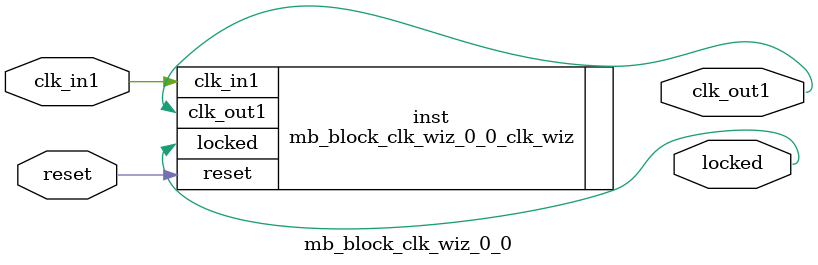
<source format=v>


`timescale 1ps/1ps

(* CORE_GENERATION_INFO = "mb_block_clk_wiz_0_0,clk_wiz_v6_0_11_0_0,{component_name=mb_block_clk_wiz_0_0,use_phase_alignment=true,use_min_o_jitter=false,use_max_i_jitter=false,use_dyn_phase_shift=false,use_inclk_switchover=false,use_dyn_reconfig=false,enable_axi=0,feedback_source=FDBK_AUTO,PRIMITIVE=MMCM,num_out_clk=1,clkin1_period=10.000,clkin2_period=10.000,use_power_down=false,use_reset=true,use_locked=true,use_inclk_stopped=false,feedback_type=SINGLE,CLOCK_MGR_TYPE=NA,manual_override=false}" *)

module mb_block_clk_wiz_0_0 
 (
  // Clock out ports
  output        clk_out1,
  // Status and control signals
  input         reset,
  output        locked,
 // Clock in ports
  input         clk_in1
 );

  mb_block_clk_wiz_0_0_clk_wiz inst
  (
  // Clock out ports  
  .clk_out1(clk_out1),
  // Status and control signals               
  .reset(reset), 
  .locked(locked),
 // Clock in ports
  .clk_in1(clk_in1)
  );

endmodule

</source>
